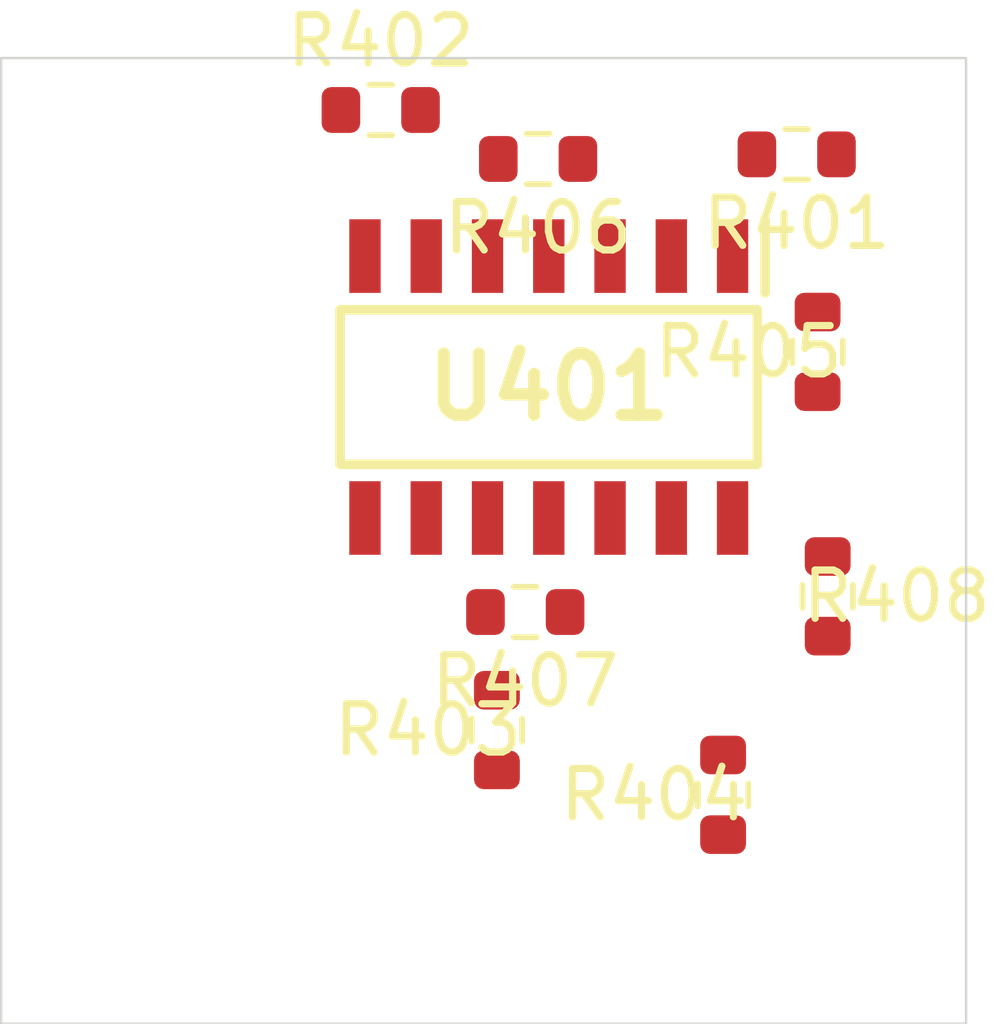
<source format=kicad_pcb>
 ( kicad_pcb  ( version 20171130 )
 ( host pcbnew 5.1.12-84ad8e8a86~92~ubuntu18.04.1 )
 ( general  ( thickness 1.6 )
 ( drawings 4 )
 ( tracks 0 )
 ( zones 0 )
 ( modules 9 )
 ( nets 14 )
)
 ( page A4 )
 ( layers  ( 0 F.Cu signal )
 ( 31 B.Cu signal )
 ( 32 B.Adhes user )
 ( 33 F.Adhes user )
 ( 34 B.Paste user )
 ( 35 F.Paste user )
 ( 36 B.SilkS user )
 ( 37 F.SilkS user )
 ( 38 B.Mask user )
 ( 39 F.Mask user )
 ( 40 Dwgs.User user )
 ( 41 Cmts.User user )
 ( 42 Eco1.User user )
 ( 43 Eco2.User user )
 ( 44 Edge.Cuts user )
 ( 45 Margin user )
 ( 46 B.CrtYd user )
 ( 47 F.CrtYd user )
 ( 48 B.Fab user )
 ( 49 F.Fab user )
)
 ( setup  ( last_trace_width 0.25 )
 ( trace_clearance 0.2 )
 ( zone_clearance 0.508 )
 ( zone_45_only no )
 ( trace_min 0.2 )
 ( via_size 0.8 )
 ( via_drill 0.4 )
 ( via_min_size 0.4 )
 ( via_min_drill 0.3 )
 ( uvia_size 0.3 )
 ( uvia_drill 0.1 )
 ( uvias_allowed no )
 ( uvia_min_size 0.2 )
 ( uvia_min_drill 0.1 )
 ( edge_width 0.05 )
 ( segment_width 0.2 )
 ( pcb_text_width 0.3 )
 ( pcb_text_size 1.5 1.5 )
 ( mod_edge_width 0.12 )
 ( mod_text_size 1 1 )
 ( mod_text_width 0.15 )
 ( pad_size 1.524 1.524 )
 ( pad_drill 0.762 )
 ( pad_to_mask_clearance 0 )
 ( aux_axis_origin 0 0 )
 ( visible_elements FFFFFF7F )
 ( pcbplotparams  ( layerselection 0x010fc_ffffffff )
 ( usegerberextensions false )
 ( usegerberattributes true )
 ( usegerberadvancedattributes true )
 ( creategerberjobfile true )
 ( excludeedgelayer true )
 ( linewidth 0.100000 )
 ( plotframeref false )
 ( viasonmask false )
 ( mode 1 )
 ( useauxorigin false )
 ( hpglpennumber 1 )
 ( hpglpenspeed 20 )
 ( hpglpendiameter 15.000000 )
 ( psnegative false )
 ( psa4output false )
 ( plotreference true )
 ( plotvalue true )
 ( plotinvisibletext false )
 ( padsonsilk false )
 ( subtractmaskfromsilk false )
 ( outputformat 1 )
 ( mirror false )
 ( drillshape 1 )
 ( scaleselection 1 )
 ( outputdirectory "" )
)
)
 ( net 0 "" )
 ( net 1 /Sheet6235D886/vp )
 ( net 2 /Sheet6248AD22/chn0 )
 ( net 3 /Sheet6248AD22/chn1 )
 ( net 4 /Sheet6248AD22/chn2 )
 ( net 5 /Sheet6248AD22/chn3 )
 ( net 6 "Net-(R401-Pad2)" )
 ( net 7 "Net-(R402-Pad2)" )
 ( net 8 "Net-(R403-Pad2)" )
 ( net 9 "Net-(R404-Pad2)" )
 ( net 10 /Sheet6248AD22/chn0_n )
 ( net 11 /Sheet6248AD22/chn1_n )
 ( net 12 /Sheet6248AD22/chn2_n )
 ( net 13 /Sheet6248AD22/chn3_n )
 ( net_class Default "This is the default net class."  ( clearance 0.2 )
 ( trace_width 0.25 )
 ( via_dia 0.8 )
 ( via_drill 0.4 )
 ( uvia_dia 0.3 )
 ( uvia_drill 0.1 )
 ( add_net /Sheet6235D886/vp )
 ( add_net /Sheet6248AD22/chn0 )
 ( add_net /Sheet6248AD22/chn0_n )
 ( add_net /Sheet6248AD22/chn1 )
 ( add_net /Sheet6248AD22/chn1_n )
 ( add_net /Sheet6248AD22/chn2 )
 ( add_net /Sheet6248AD22/chn2_n )
 ( add_net /Sheet6248AD22/chn3 )
 ( add_net /Sheet6248AD22/chn3_n )
 ( add_net "Net-(R401-Pad2)" )
 ( add_net "Net-(R402-Pad2)" )
 ( add_net "Net-(R403-Pad2)" )
 ( add_net "Net-(R404-Pad2)" )
)
 ( module Resistor_SMD:R_0603_1608Metric  ( layer F.Cu )
 ( tedit 5F68FEEE )
 ( tstamp 623425C8 )
 ( at 96.489421 101.994551 180.000000 )
 ( descr "Resistor SMD 0603 (1608 Metric), square (rectangular) end terminal, IPC_7351 nominal, (Body size source: IPC-SM-782 page 72, https://www.pcb-3d.com/wordpress/wp-content/uploads/ipc-sm-782a_amendment_1_and_2.pdf), generated with kicad-footprint-generator" )
 ( tags resistor )
 ( path /6248AD23/6249ADFD )
 ( attr smd )
 ( fp_text reference R401  ( at 0 -1.43 )
 ( layer F.SilkS )
 ( effects  ( font  ( size 1 1 )
 ( thickness 0.15 )
)
)
)
 ( fp_text value 10M  ( at 0 1.43 )
 ( layer F.Fab )
 ( effects  ( font  ( size 1 1 )
 ( thickness 0.15 )
)
)
)
 ( fp_line  ( start -0.8 0.4125 )
 ( end -0.8 -0.4125 )
 ( layer F.Fab )
 ( width 0.1 )
)
 ( fp_line  ( start -0.8 -0.4125 )
 ( end 0.8 -0.4125 )
 ( layer F.Fab )
 ( width 0.1 )
)
 ( fp_line  ( start 0.8 -0.4125 )
 ( end 0.8 0.4125 )
 ( layer F.Fab )
 ( width 0.1 )
)
 ( fp_line  ( start 0.8 0.4125 )
 ( end -0.8 0.4125 )
 ( layer F.Fab )
 ( width 0.1 )
)
 ( fp_line  ( start -0.237258 -0.5225 )
 ( end 0.237258 -0.5225 )
 ( layer F.SilkS )
 ( width 0.12 )
)
 ( fp_line  ( start -0.237258 0.5225 )
 ( end 0.237258 0.5225 )
 ( layer F.SilkS )
 ( width 0.12 )
)
 ( fp_line  ( start -1.48 0.73 )
 ( end -1.48 -0.73 )
 ( layer F.CrtYd )
 ( width 0.05 )
)
 ( fp_line  ( start -1.48 -0.73 )
 ( end 1.48 -0.73 )
 ( layer F.CrtYd )
 ( width 0.05 )
)
 ( fp_line  ( start 1.48 -0.73 )
 ( end 1.48 0.73 )
 ( layer F.CrtYd )
 ( width 0.05 )
)
 ( fp_line  ( start 1.48 0.73 )
 ( end -1.48 0.73 )
 ( layer F.CrtYd )
 ( width 0.05 )
)
 ( fp_text user %R  ( at 0 0 )
 ( layer F.Fab )
 ( effects  ( font  ( size 0.4 0.4 )
 ( thickness 0.06 )
)
)
)
 ( pad 2 smd roundrect  ( at 0.825 0 180.000000 )
 ( size 0.8 0.95 )
 ( layers F.Cu F.Mask F.Paste )
 ( roundrect_rratio 0.25 )
 ( net 6 "Net-(R401-Pad2)" )
)
 ( pad 1 smd roundrect  ( at -0.825 0 180.000000 )
 ( size 0.8 0.95 )
 ( layers F.Cu F.Mask F.Paste )
 ( roundrect_rratio 0.25 )
 ( net 10 /Sheet6248AD22/chn0_n )
)
 ( model ${KISYS3DMOD}/Resistor_SMD.3dshapes/R_0603_1608Metric.wrl  ( at  ( xyz 0 0 0 )
)
 ( scale  ( xyz 1 1 1 )
)
 ( rotate  ( xyz 0 0 0 )
)
)
)
 ( module Resistor_SMD:R_0603_1608Metric  ( layer F.Cu )
 ( tedit 5F68FEEE )
 ( tstamp 623425D9 )
 ( at 87.866587 101.075679 )
 ( descr "Resistor SMD 0603 (1608 Metric), square (rectangular) end terminal, IPC_7351 nominal, (Body size source: IPC-SM-782 page 72, https://www.pcb-3d.com/wordpress/wp-content/uploads/ipc-sm-782a_amendment_1_and_2.pdf), generated with kicad-footprint-generator" )
 ( tags resistor )
 ( path /6248AD23/6249B75E )
 ( attr smd )
 ( fp_text reference R402  ( at 0 -1.43 )
 ( layer F.SilkS )
 ( effects  ( font  ( size 1 1 )
 ( thickness 0.15 )
)
)
)
 ( fp_text value 10M  ( at 0 1.43 )
 ( layer F.Fab )
 ( effects  ( font  ( size 1 1 )
 ( thickness 0.15 )
)
)
)
 ( fp_line  ( start 1.48 0.73 )
 ( end -1.48 0.73 )
 ( layer F.CrtYd )
 ( width 0.05 )
)
 ( fp_line  ( start 1.48 -0.73 )
 ( end 1.48 0.73 )
 ( layer F.CrtYd )
 ( width 0.05 )
)
 ( fp_line  ( start -1.48 -0.73 )
 ( end 1.48 -0.73 )
 ( layer F.CrtYd )
 ( width 0.05 )
)
 ( fp_line  ( start -1.48 0.73 )
 ( end -1.48 -0.73 )
 ( layer F.CrtYd )
 ( width 0.05 )
)
 ( fp_line  ( start -0.237258 0.5225 )
 ( end 0.237258 0.5225 )
 ( layer F.SilkS )
 ( width 0.12 )
)
 ( fp_line  ( start -0.237258 -0.5225 )
 ( end 0.237258 -0.5225 )
 ( layer F.SilkS )
 ( width 0.12 )
)
 ( fp_line  ( start 0.8 0.4125 )
 ( end -0.8 0.4125 )
 ( layer F.Fab )
 ( width 0.1 )
)
 ( fp_line  ( start 0.8 -0.4125 )
 ( end 0.8 0.4125 )
 ( layer F.Fab )
 ( width 0.1 )
)
 ( fp_line  ( start -0.8 -0.4125 )
 ( end 0.8 -0.4125 )
 ( layer F.Fab )
 ( width 0.1 )
)
 ( fp_line  ( start -0.8 0.4125 )
 ( end -0.8 -0.4125 )
 ( layer F.Fab )
 ( width 0.1 )
)
 ( fp_text user %R  ( at 0 0 )
 ( layer F.Fab )
 ( effects  ( font  ( size 0.4 0.4 )
 ( thickness 0.06 )
)
)
)
 ( pad 1 smd roundrect  ( at -0.825 0 )
 ( size 0.8 0.95 )
 ( layers F.Cu F.Mask F.Paste )
 ( roundrect_rratio 0.25 )
 ( net 11 /Sheet6248AD22/chn1_n )
)
 ( pad 2 smd roundrect  ( at 0.825 0 )
 ( size 0.8 0.95 )
 ( layers F.Cu F.Mask F.Paste )
 ( roundrect_rratio 0.25 )
 ( net 7 "Net-(R402-Pad2)" )
)
 ( model ${KISYS3DMOD}/Resistor_SMD.3dshapes/R_0603_1608Metric.wrl  ( at  ( xyz 0 0 0 )
)
 ( scale  ( xyz 1 1 1 )
)
 ( rotate  ( xyz 0 0 0 )
)
)
)
 ( module Resistor_SMD:R_0603_1608Metric  ( layer F.Cu )
 ( tedit 5F68FEEE )
 ( tstamp 623425EA )
 ( at 90.275144 113.918676 90.000000 )
 ( descr "Resistor SMD 0603 (1608 Metric), square (rectangular) end terminal, IPC_7351 nominal, (Body size source: IPC-SM-782 page 72, https://www.pcb-3d.com/wordpress/wp-content/uploads/ipc-sm-782a_amendment_1_and_2.pdf), generated with kicad-footprint-generator" )
 ( tags resistor )
 ( path /6248AD23/6249FB7A )
 ( attr smd )
 ( fp_text reference R403  ( at 0 -1.43 )
 ( layer F.SilkS )
 ( effects  ( font  ( size 1 1 )
 ( thickness 0.15 )
)
)
)
 ( fp_text value 10M  ( at 0 1.43 )
 ( layer F.Fab )
 ( effects  ( font  ( size 1 1 )
 ( thickness 0.15 )
)
)
)
 ( fp_line  ( start 1.48 0.73 )
 ( end -1.48 0.73 )
 ( layer F.CrtYd )
 ( width 0.05 )
)
 ( fp_line  ( start 1.48 -0.73 )
 ( end 1.48 0.73 )
 ( layer F.CrtYd )
 ( width 0.05 )
)
 ( fp_line  ( start -1.48 -0.73 )
 ( end 1.48 -0.73 )
 ( layer F.CrtYd )
 ( width 0.05 )
)
 ( fp_line  ( start -1.48 0.73 )
 ( end -1.48 -0.73 )
 ( layer F.CrtYd )
 ( width 0.05 )
)
 ( fp_line  ( start -0.237258 0.5225 )
 ( end 0.237258 0.5225 )
 ( layer F.SilkS )
 ( width 0.12 )
)
 ( fp_line  ( start -0.237258 -0.5225 )
 ( end 0.237258 -0.5225 )
 ( layer F.SilkS )
 ( width 0.12 )
)
 ( fp_line  ( start 0.8 0.4125 )
 ( end -0.8 0.4125 )
 ( layer F.Fab )
 ( width 0.1 )
)
 ( fp_line  ( start 0.8 -0.4125 )
 ( end 0.8 0.4125 )
 ( layer F.Fab )
 ( width 0.1 )
)
 ( fp_line  ( start -0.8 -0.4125 )
 ( end 0.8 -0.4125 )
 ( layer F.Fab )
 ( width 0.1 )
)
 ( fp_line  ( start -0.8 0.4125 )
 ( end -0.8 -0.4125 )
 ( layer F.Fab )
 ( width 0.1 )
)
 ( fp_text user %R  ( at 0 0 )
 ( layer F.Fab )
 ( effects  ( font  ( size 0.4 0.4 )
 ( thickness 0.06 )
)
)
)
 ( pad 1 smd roundrect  ( at -0.825 0 90.000000 )
 ( size 0.8 0.95 )
 ( layers F.Cu F.Mask F.Paste )
 ( roundrect_rratio 0.25 )
 ( net 12 /Sheet6248AD22/chn2_n )
)
 ( pad 2 smd roundrect  ( at 0.825 0 90.000000 )
 ( size 0.8 0.95 )
 ( layers F.Cu F.Mask F.Paste )
 ( roundrect_rratio 0.25 )
 ( net 8 "Net-(R403-Pad2)" )
)
 ( model ${KISYS3DMOD}/Resistor_SMD.3dshapes/R_0603_1608Metric.wrl  ( at  ( xyz 0 0 0 )
)
 ( scale  ( xyz 1 1 1 )
)
 ( rotate  ( xyz 0 0 0 )
)
)
)
 ( module Resistor_SMD:R_0603_1608Metric  ( layer F.Cu )
 ( tedit 5F68FEEE )
 ( tstamp 623425FB )
 ( at 94.963953 115.259342 90.000000 )
 ( descr "Resistor SMD 0603 (1608 Metric), square (rectangular) end terminal, IPC_7351 nominal, (Body size source: IPC-SM-782 page 72, https://www.pcb-3d.com/wordpress/wp-content/uploads/ipc-sm-782a_amendment_1_and_2.pdf), generated with kicad-footprint-generator" )
 ( tags resistor )
 ( path /6248AD23/6249FB74 )
 ( attr smd )
 ( fp_text reference R404  ( at 0 -1.43 )
 ( layer F.SilkS )
 ( effects  ( font  ( size 1 1 )
 ( thickness 0.15 )
)
)
)
 ( fp_text value 10M  ( at 0 1.43 )
 ( layer F.Fab )
 ( effects  ( font  ( size 1 1 )
 ( thickness 0.15 )
)
)
)
 ( fp_line  ( start -0.8 0.4125 )
 ( end -0.8 -0.4125 )
 ( layer F.Fab )
 ( width 0.1 )
)
 ( fp_line  ( start -0.8 -0.4125 )
 ( end 0.8 -0.4125 )
 ( layer F.Fab )
 ( width 0.1 )
)
 ( fp_line  ( start 0.8 -0.4125 )
 ( end 0.8 0.4125 )
 ( layer F.Fab )
 ( width 0.1 )
)
 ( fp_line  ( start 0.8 0.4125 )
 ( end -0.8 0.4125 )
 ( layer F.Fab )
 ( width 0.1 )
)
 ( fp_line  ( start -0.237258 -0.5225 )
 ( end 0.237258 -0.5225 )
 ( layer F.SilkS )
 ( width 0.12 )
)
 ( fp_line  ( start -0.237258 0.5225 )
 ( end 0.237258 0.5225 )
 ( layer F.SilkS )
 ( width 0.12 )
)
 ( fp_line  ( start -1.48 0.73 )
 ( end -1.48 -0.73 )
 ( layer F.CrtYd )
 ( width 0.05 )
)
 ( fp_line  ( start -1.48 -0.73 )
 ( end 1.48 -0.73 )
 ( layer F.CrtYd )
 ( width 0.05 )
)
 ( fp_line  ( start 1.48 -0.73 )
 ( end 1.48 0.73 )
 ( layer F.CrtYd )
 ( width 0.05 )
)
 ( fp_line  ( start 1.48 0.73 )
 ( end -1.48 0.73 )
 ( layer F.CrtYd )
 ( width 0.05 )
)
 ( fp_text user %R  ( at 0 0 )
 ( layer F.Fab )
 ( effects  ( font  ( size 0.4 0.4 )
 ( thickness 0.06 )
)
)
)
 ( pad 2 smd roundrect  ( at 0.825 0 90.000000 )
 ( size 0.8 0.95 )
 ( layers F.Cu F.Mask F.Paste )
 ( roundrect_rratio 0.25 )
 ( net 9 "Net-(R404-Pad2)" )
)
 ( pad 1 smd roundrect  ( at -0.825 0 90.000000 )
 ( size 0.8 0.95 )
 ( layers F.Cu F.Mask F.Paste )
 ( roundrect_rratio 0.25 )
 ( net 13 /Sheet6248AD22/chn3_n )
)
 ( model ${KISYS3DMOD}/Resistor_SMD.3dshapes/R_0603_1608Metric.wrl  ( at  ( xyz 0 0 0 )
)
 ( scale  ( xyz 1 1 1 )
)
 ( rotate  ( xyz 0 0 0 )
)
)
)
 ( module Resistor_SMD:R_0603_1608Metric  ( layer F.Cu )
 ( tedit 5F68FEEE )
 ( tstamp 6234260C )
 ( at 96.922226 106.085533 90.000000 )
 ( descr "Resistor SMD 0603 (1608 Metric), square (rectangular) end terminal, IPC_7351 nominal, (Body size source: IPC-SM-782 page 72, https://www.pcb-3d.com/wordpress/wp-content/uploads/ipc-sm-782a_amendment_1_and_2.pdf), generated with kicad-footprint-generator" )
 ( tags resistor )
 ( path /6248AD23/62497F62 )
 ( attr smd )
 ( fp_text reference R405  ( at 0 -1.43 )
 ( layer F.SilkS )
 ( effects  ( font  ( size 1 1 )
 ( thickness 0.15 )
)
)
)
 ( fp_text value 750k  ( at 0 1.43 )
 ( layer F.Fab )
 ( effects  ( font  ( size 1 1 )
 ( thickness 0.15 )
)
)
)
 ( fp_line  ( start -0.8 0.4125 )
 ( end -0.8 -0.4125 )
 ( layer F.Fab )
 ( width 0.1 )
)
 ( fp_line  ( start -0.8 -0.4125 )
 ( end 0.8 -0.4125 )
 ( layer F.Fab )
 ( width 0.1 )
)
 ( fp_line  ( start 0.8 -0.4125 )
 ( end 0.8 0.4125 )
 ( layer F.Fab )
 ( width 0.1 )
)
 ( fp_line  ( start 0.8 0.4125 )
 ( end -0.8 0.4125 )
 ( layer F.Fab )
 ( width 0.1 )
)
 ( fp_line  ( start -0.237258 -0.5225 )
 ( end 0.237258 -0.5225 )
 ( layer F.SilkS )
 ( width 0.12 )
)
 ( fp_line  ( start -0.237258 0.5225 )
 ( end 0.237258 0.5225 )
 ( layer F.SilkS )
 ( width 0.12 )
)
 ( fp_line  ( start -1.48 0.73 )
 ( end -1.48 -0.73 )
 ( layer F.CrtYd )
 ( width 0.05 )
)
 ( fp_line  ( start -1.48 -0.73 )
 ( end 1.48 -0.73 )
 ( layer F.CrtYd )
 ( width 0.05 )
)
 ( fp_line  ( start 1.48 -0.73 )
 ( end 1.48 0.73 )
 ( layer F.CrtYd )
 ( width 0.05 )
)
 ( fp_line  ( start 1.48 0.73 )
 ( end -1.48 0.73 )
 ( layer F.CrtYd )
 ( width 0.05 )
)
 ( fp_text user %R  ( at 0 0 )
 ( layer F.Fab )
 ( effects  ( font  ( size 0.4 0.4 )
 ( thickness 0.06 )
)
)
)
 ( pad 2 smd roundrect  ( at 0.825 0 90.000000 )
 ( size 0.8 0.95 )
 ( layers F.Cu F.Mask F.Paste )
 ( roundrect_rratio 0.25 )
 ( net 6 "Net-(R401-Pad2)" )
)
 ( pad 1 smd roundrect  ( at -0.825 0 90.000000 )
 ( size 0.8 0.95 )
 ( layers F.Cu F.Mask F.Paste )
 ( roundrect_rratio 0.25 )
 ( net 1 /Sheet6235D886/vp )
)
 ( model ${KISYS3DMOD}/Resistor_SMD.3dshapes/R_0603_1608Metric.wrl  ( at  ( xyz 0 0 0 )
)
 ( scale  ( xyz 1 1 1 )
)
 ( rotate  ( xyz 0 0 0 )
)
)
)
 ( module Resistor_SMD:R_0603_1608Metric  ( layer F.Cu )
 ( tedit 5F68FEEE )
 ( tstamp 6234261D )
 ( at 91.129217 102.089411 180.000000 )
 ( descr "Resistor SMD 0603 (1608 Metric), square (rectangular) end terminal, IPC_7351 nominal, (Body size source: IPC-SM-782 page 72, https://www.pcb-3d.com/wordpress/wp-content/uploads/ipc-sm-782a_amendment_1_and_2.pdf), generated with kicad-footprint-generator" )
 ( tags resistor )
 ( path /6248AD23/62499098 )
 ( attr smd )
 ( fp_text reference R406  ( at 0 -1.43 )
 ( layer F.SilkS )
 ( effects  ( font  ( size 1 1 )
 ( thickness 0.15 )
)
)
)
 ( fp_text value 750k  ( at 0 1.43 )
 ( layer F.Fab )
 ( effects  ( font  ( size 1 1 )
 ( thickness 0.15 )
)
)
)
 ( fp_line  ( start 1.48 0.73 )
 ( end -1.48 0.73 )
 ( layer F.CrtYd )
 ( width 0.05 )
)
 ( fp_line  ( start 1.48 -0.73 )
 ( end 1.48 0.73 )
 ( layer F.CrtYd )
 ( width 0.05 )
)
 ( fp_line  ( start -1.48 -0.73 )
 ( end 1.48 -0.73 )
 ( layer F.CrtYd )
 ( width 0.05 )
)
 ( fp_line  ( start -1.48 0.73 )
 ( end -1.48 -0.73 )
 ( layer F.CrtYd )
 ( width 0.05 )
)
 ( fp_line  ( start -0.237258 0.5225 )
 ( end 0.237258 0.5225 )
 ( layer F.SilkS )
 ( width 0.12 )
)
 ( fp_line  ( start -0.237258 -0.5225 )
 ( end 0.237258 -0.5225 )
 ( layer F.SilkS )
 ( width 0.12 )
)
 ( fp_line  ( start 0.8 0.4125 )
 ( end -0.8 0.4125 )
 ( layer F.Fab )
 ( width 0.1 )
)
 ( fp_line  ( start 0.8 -0.4125 )
 ( end 0.8 0.4125 )
 ( layer F.Fab )
 ( width 0.1 )
)
 ( fp_line  ( start -0.8 -0.4125 )
 ( end 0.8 -0.4125 )
 ( layer F.Fab )
 ( width 0.1 )
)
 ( fp_line  ( start -0.8 0.4125 )
 ( end -0.8 -0.4125 )
 ( layer F.Fab )
 ( width 0.1 )
)
 ( fp_text user %R  ( at 0 0 )
 ( layer F.Fab )
 ( effects  ( font  ( size 0.4 0.4 )
 ( thickness 0.06 )
)
)
)
 ( pad 1 smd roundrect  ( at -0.825 0 180.000000 )
 ( size 0.8 0.95 )
 ( layers F.Cu F.Mask F.Paste )
 ( roundrect_rratio 0.25 )
 ( net 1 /Sheet6235D886/vp )
)
 ( pad 2 smd roundrect  ( at 0.825 0 180.000000 )
 ( size 0.8 0.95 )
 ( layers F.Cu F.Mask F.Paste )
 ( roundrect_rratio 0.25 )
 ( net 7 "Net-(R402-Pad2)" )
)
 ( model ${KISYS3DMOD}/Resistor_SMD.3dshapes/R_0603_1608Metric.wrl  ( at  ( xyz 0 0 0 )
)
 ( scale  ( xyz 1 1 1 )
)
 ( rotate  ( xyz 0 0 0 )
)
)
)
 ( module Resistor_SMD:R_0603_1608Metric  ( layer F.Cu )
 ( tedit 5F68FEEE )
 ( tstamp 6234262E )
 ( at 90.862993 111.473385 180.000000 )
 ( descr "Resistor SMD 0603 (1608 Metric), square (rectangular) end terminal, IPC_7351 nominal, (Body size source: IPC-SM-782 page 72, https://www.pcb-3d.com/wordpress/wp-content/uploads/ipc-sm-782a_amendment_1_and_2.pdf), generated with kicad-footprint-generator" )
 ( tags resistor )
 ( path /6248AD23/624A0FFB )
 ( attr smd )
 ( fp_text reference R407  ( at 0 -1.43 )
 ( layer F.SilkS )
 ( effects  ( font  ( size 1 1 )
 ( thickness 0.15 )
)
)
)
 ( fp_text value 1.5M  ( at 0 1.43 )
 ( layer F.Fab )
 ( effects  ( font  ( size 1 1 )
 ( thickness 0.15 )
)
)
)
 ( fp_line  ( start 1.48 0.73 )
 ( end -1.48 0.73 )
 ( layer F.CrtYd )
 ( width 0.05 )
)
 ( fp_line  ( start 1.48 -0.73 )
 ( end 1.48 0.73 )
 ( layer F.CrtYd )
 ( width 0.05 )
)
 ( fp_line  ( start -1.48 -0.73 )
 ( end 1.48 -0.73 )
 ( layer F.CrtYd )
 ( width 0.05 )
)
 ( fp_line  ( start -1.48 0.73 )
 ( end -1.48 -0.73 )
 ( layer F.CrtYd )
 ( width 0.05 )
)
 ( fp_line  ( start -0.237258 0.5225 )
 ( end 0.237258 0.5225 )
 ( layer F.SilkS )
 ( width 0.12 )
)
 ( fp_line  ( start -0.237258 -0.5225 )
 ( end 0.237258 -0.5225 )
 ( layer F.SilkS )
 ( width 0.12 )
)
 ( fp_line  ( start 0.8 0.4125 )
 ( end -0.8 0.4125 )
 ( layer F.Fab )
 ( width 0.1 )
)
 ( fp_line  ( start 0.8 -0.4125 )
 ( end 0.8 0.4125 )
 ( layer F.Fab )
 ( width 0.1 )
)
 ( fp_line  ( start -0.8 -0.4125 )
 ( end 0.8 -0.4125 )
 ( layer F.Fab )
 ( width 0.1 )
)
 ( fp_line  ( start -0.8 0.4125 )
 ( end -0.8 -0.4125 )
 ( layer F.Fab )
 ( width 0.1 )
)
 ( fp_text user %R  ( at 0 0 )
 ( layer F.Fab )
 ( effects  ( font  ( size 0.4 0.4 )
 ( thickness 0.06 )
)
)
)
 ( pad 1 smd roundrect  ( at -0.825 0 180.000000 )
 ( size 0.8 0.95 )
 ( layers F.Cu F.Mask F.Paste )
 ( roundrect_rratio 0.25 )
 ( net 1 /Sheet6235D886/vp )
)
 ( pad 2 smd roundrect  ( at 0.825 0 180.000000 )
 ( size 0.8 0.95 )
 ( layers F.Cu F.Mask F.Paste )
 ( roundrect_rratio 0.25 )
 ( net 8 "Net-(R403-Pad2)" )
)
 ( model ${KISYS3DMOD}/Resistor_SMD.3dshapes/R_0603_1608Metric.wrl  ( at  ( xyz 0 0 0 )
)
 ( scale  ( xyz 1 1 1 )
)
 ( rotate  ( xyz 0 0 0 )
)
)
)
 ( module Resistor_SMD:R_0603_1608Metric  ( layer F.Cu )
 ( tedit 5F68FEEE )
 ( tstamp 6234263F )
 ( at 97.131417 111.148410 270.000000 )
 ( descr "Resistor SMD 0603 (1608 Metric), square (rectangular) end terminal, IPC_7351 nominal, (Body size source: IPC-SM-782 page 72, https://www.pcb-3d.com/wordpress/wp-content/uploads/ipc-sm-782a_amendment_1_and_2.pdf), generated with kicad-footprint-generator" )
 ( tags resistor )
 ( path /6248AD23/624A093C )
 ( attr smd )
 ( fp_text reference R408  ( at 0 -1.43 )
 ( layer F.SilkS )
 ( effects  ( font  ( size 1 1 )
 ( thickness 0.15 )
)
)
)
 ( fp_text value 1.5M  ( at 0 1.43 )
 ( layer F.Fab )
 ( effects  ( font  ( size 1 1 )
 ( thickness 0.15 )
)
)
)
 ( fp_line  ( start -0.8 0.4125 )
 ( end -0.8 -0.4125 )
 ( layer F.Fab )
 ( width 0.1 )
)
 ( fp_line  ( start -0.8 -0.4125 )
 ( end 0.8 -0.4125 )
 ( layer F.Fab )
 ( width 0.1 )
)
 ( fp_line  ( start 0.8 -0.4125 )
 ( end 0.8 0.4125 )
 ( layer F.Fab )
 ( width 0.1 )
)
 ( fp_line  ( start 0.8 0.4125 )
 ( end -0.8 0.4125 )
 ( layer F.Fab )
 ( width 0.1 )
)
 ( fp_line  ( start -0.237258 -0.5225 )
 ( end 0.237258 -0.5225 )
 ( layer F.SilkS )
 ( width 0.12 )
)
 ( fp_line  ( start -0.237258 0.5225 )
 ( end 0.237258 0.5225 )
 ( layer F.SilkS )
 ( width 0.12 )
)
 ( fp_line  ( start -1.48 0.73 )
 ( end -1.48 -0.73 )
 ( layer F.CrtYd )
 ( width 0.05 )
)
 ( fp_line  ( start -1.48 -0.73 )
 ( end 1.48 -0.73 )
 ( layer F.CrtYd )
 ( width 0.05 )
)
 ( fp_line  ( start 1.48 -0.73 )
 ( end 1.48 0.73 )
 ( layer F.CrtYd )
 ( width 0.05 )
)
 ( fp_line  ( start 1.48 0.73 )
 ( end -1.48 0.73 )
 ( layer F.CrtYd )
 ( width 0.05 )
)
 ( fp_text user %R  ( at 0 0 )
 ( layer F.Fab )
 ( effects  ( font  ( size 0.4 0.4 )
 ( thickness 0.06 )
)
)
)
 ( pad 2 smd roundrect  ( at 0.825 0 270.000000 )
 ( size 0.8 0.95 )
 ( layers F.Cu F.Mask F.Paste )
 ( roundrect_rratio 0.25 )
 ( net 9 "Net-(R404-Pad2)" )
)
 ( pad 1 smd roundrect  ( at -0.825 0 270.000000 )
 ( size 0.8 0.95 )
 ( layers F.Cu F.Mask F.Paste )
 ( roundrect_rratio 0.25 )
 ( net 1 /Sheet6235D886/vp )
)
 ( model ${KISYS3DMOD}/Resistor_SMD.3dshapes/R_0603_1608Metric.wrl  ( at  ( xyz 0 0 0 )
)
 ( scale  ( xyz 1 1 1 )
)
 ( rotate  ( xyz 0 0 0 )
)
)
)
 ( module TL074HIDR:SOIC127P600X175-14N locked  ( layer F.Cu )
 ( tedit 62336F37 )
 ( tstamp 62342709 )
 ( at 91.350400 106.814000 270.000000 )
 ( descr "D (-R-PDSO-G14)" )
 ( tags "Integrated Circuit" )
 ( path /6248AD23/624976B2 )
 ( attr smd )
 ( fp_text reference U401  ( at 0 0 )
 ( layer F.SilkS )
 ( effects  ( font  ( size 1.27 1.27 )
 ( thickness 0.254 )
)
)
)
 ( fp_text value TL074  ( at 0 0 )
 ( layer F.SilkS )
hide  ( effects  ( font  ( size 1.27 1.27 )
 ( thickness 0.254 )
)
)
)
 ( fp_line  ( start -3.725 -4.625 )
 ( end 3.725 -4.625 )
 ( layer Dwgs.User )
 ( width 0.05 )
)
 ( fp_line  ( start 3.725 -4.625 )
 ( end 3.725 4.625 )
 ( layer Dwgs.User )
 ( width 0.05 )
)
 ( fp_line  ( start 3.725 4.625 )
 ( end -3.725 4.625 )
 ( layer Dwgs.User )
 ( width 0.05 )
)
 ( fp_line  ( start -3.725 4.625 )
 ( end -3.725 -4.625 )
 ( layer Dwgs.User )
 ( width 0.05 )
)
 ( fp_line  ( start -1.95 -4.325 )
 ( end 1.95 -4.325 )
 ( layer Dwgs.User )
 ( width 0.1 )
)
 ( fp_line  ( start 1.95 -4.325 )
 ( end 1.95 4.325 )
 ( layer Dwgs.User )
 ( width 0.1 )
)
 ( fp_line  ( start 1.95 4.325 )
 ( end -1.95 4.325 )
 ( layer Dwgs.User )
 ( width 0.1 )
)
 ( fp_line  ( start -1.95 4.325 )
 ( end -1.95 -4.325 )
 ( layer Dwgs.User )
 ( width 0.1 )
)
 ( fp_line  ( start -1.95 -3.055 )
 ( end -0.68 -4.325 )
 ( layer Dwgs.User )
 ( width 0.1 )
)
 ( fp_line  ( start -1.6 -4.325 )
 ( end 1.6 -4.325 )
 ( layer F.SilkS )
 ( width 0.2 )
)
 ( fp_line  ( start 1.6 -4.325 )
 ( end 1.6 4.325 )
 ( layer F.SilkS )
 ( width 0.2 )
)
 ( fp_line  ( start 1.6 4.325 )
 ( end -1.6 4.325 )
 ( layer F.SilkS )
 ( width 0.2 )
)
 ( fp_line  ( start -1.6 4.325 )
 ( end -1.6 -4.325 )
 ( layer F.SilkS )
 ( width 0.2 )
)
 ( fp_line  ( start -3.475 -4.485 )
 ( end -1.95 -4.485 )
 ( layer F.SilkS )
 ( width 0.2 )
)
 ( pad 1 smd rect  ( at -2.712 -3.81 )
 ( size 0.65 1.525 )
 ( layers F.Cu F.Mask F.Paste )
 ( net 2 /Sheet6248AD22/chn0 )
)
 ( pad 2 smd rect  ( at -2.712 -2.54 )
 ( size 0.65 1.525 )
 ( layers F.Cu F.Mask F.Paste )
 ( net 2 /Sheet6248AD22/chn0 )
)
 ( pad 3 smd rect  ( at -2.712 -1.27 )
 ( size 0.65 1.525 )
 ( layers F.Cu F.Mask F.Paste )
 ( net 6 "Net-(R401-Pad2)" )
)
 ( pad 4 smd rect  ( at -2.712 0 )
 ( size 0.65 1.525 )
 ( layers F.Cu F.Mask F.Paste )
)
 ( pad 5 smd rect  ( at -2.712 1.27 )
 ( size 0.65 1.525 )
 ( layers F.Cu F.Mask F.Paste )
 ( net 7 "Net-(R402-Pad2)" )
)
 ( pad 6 smd rect  ( at -2.712 2.54 )
 ( size 0.65 1.525 )
 ( layers F.Cu F.Mask F.Paste )
 ( net 3 /Sheet6248AD22/chn1 )
)
 ( pad 7 smd rect  ( at -2.712 3.81 )
 ( size 0.65 1.525 )
 ( layers F.Cu F.Mask F.Paste )
 ( net 3 /Sheet6248AD22/chn1 )
)
 ( pad 8 smd rect  ( at 2.712 3.81 )
 ( size 0.65 1.525 )
 ( layers F.Cu F.Mask F.Paste )
 ( net 4 /Sheet6248AD22/chn2 )
)
 ( pad 9 smd rect  ( at 2.712 2.54 )
 ( size 0.65 1.525 )
 ( layers F.Cu F.Mask F.Paste )
 ( net 4 /Sheet6248AD22/chn2 )
)
 ( pad 10 smd rect  ( at 2.712 1.27 )
 ( size 0.65 1.525 )
 ( layers F.Cu F.Mask F.Paste )
 ( net 8 "Net-(R403-Pad2)" )
)
 ( pad 11 smd rect  ( at 2.712 0 )
 ( size 0.65 1.525 )
 ( layers F.Cu F.Mask F.Paste )
)
 ( pad 12 smd rect  ( at 2.712 -1.27 )
 ( size 0.65 1.525 )
 ( layers F.Cu F.Mask F.Paste )
 ( net 9 "Net-(R404-Pad2)" )
)
 ( pad 13 smd rect  ( at 2.712 -2.54 )
 ( size 0.65 1.525 )
 ( layers F.Cu F.Mask F.Paste )
 ( net 5 /Sheet6248AD22/chn3 )
)
 ( pad 14 smd rect  ( at 2.712 -3.81 )
 ( size 0.65 1.525 )
 ( layers F.Cu F.Mask F.Paste )
 ( net 5 /Sheet6248AD22/chn3 )
)
)
 ( gr_line  ( start 100 100 )
 ( end 100 120 )
 ( layer Edge.Cuts )
 ( width 0.05 )
 ( tstamp 62E76D2A )
)
 ( gr_line  ( start 80 120 )
 ( end 100 120 )
 ( layer Edge.Cuts )
 ( width 0.05 )
 ( tstamp 62E76D27 )
)
 ( gr_line  ( start 80 100 )
 ( end 80 120 )
 ( layer Edge.Cuts )
 ( width 0.05 )
 ( tstamp 6234110C )
)
 ( gr_line  ( start 80 100 )
 ( end 100 100 )
 ( layer Edge.Cuts )
 ( width 0.05 )
)
)

</source>
